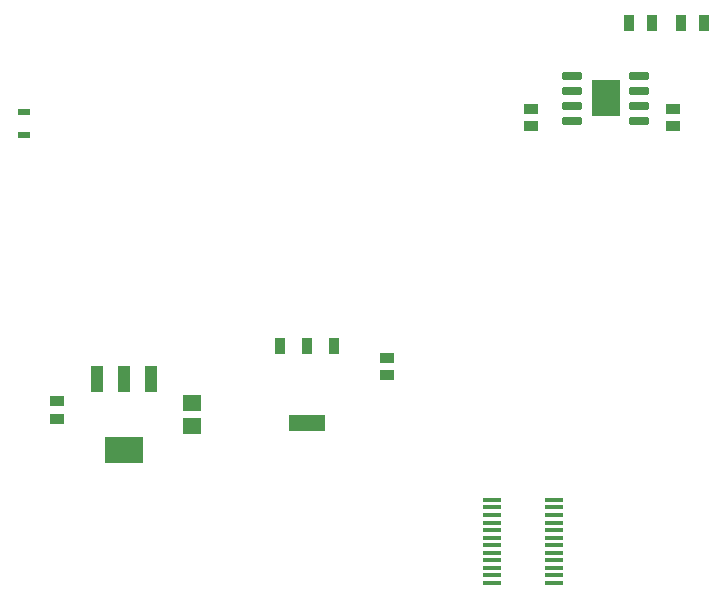
<source format=gtp>
G04*
G04 #@! TF.GenerationSoftware,Altium Limited,Altium Designer,24.7.2 (38)*
G04*
G04 Layer_Color=8421504*
%FSLAX44Y44*%
%MOMM*%
G71*
G04*
G04 #@! TF.SameCoordinates,47DF3F7B-CD24-4F9F-A129-F279A797EA3D*
G04*
G04*
G04 #@! TF.FilePolarity,Positive*
G04*
G01*
G75*
%ADD18R,1.2621X0.9578*%
%ADD19R,1.5000X1.4000*%
%ADD20R,1.0000X2.2000*%
%ADD21R,3.3000X2.2000*%
%ADD22R,0.9500X1.4500*%
G04:AMPARAMS|DCode=23|XSize=0.65mm|YSize=1.65mm|CornerRadius=0.0488mm|HoleSize=0mm|Usage=FLASHONLY|Rotation=90.000|XOffset=0mm|YOffset=0mm|HoleType=Round|Shape=RoundedRectangle|*
%AMROUNDEDRECTD23*
21,1,0.6500,1.5525,0,0,90.0*
21,1,0.5525,1.6500,0,0,90.0*
1,1,0.0975,0.7763,0.2763*
1,1,0.0975,0.7763,-0.2763*
1,1,0.0975,-0.7763,-0.2763*
1,1,0.0975,-0.7763,0.2763*
%
%ADD23ROUNDEDRECTD23*%
G04:AMPARAMS|DCode=24|XSize=2.4mm|YSize=3.1mm|CornerRadius=0.048mm|HoleSize=0mm|Usage=FLASHONLY|Rotation=0.000|XOffset=0mm|YOffset=0mm|HoleType=Round|Shape=RoundedRectangle|*
%AMROUNDEDRECTD24*
21,1,2.4000,3.0040,0,0,0.0*
21,1,2.3040,3.1000,0,0,0.0*
1,1,0.0960,1.1520,-1.5020*
1,1,0.0960,-1.1520,-1.5020*
1,1,0.0960,-1.1520,1.5020*
1,1,0.0960,1.1520,1.5020*
%
%ADD24ROUNDEDRECTD24*%
%ADD25R,1.0500X0.6000*%
%ADD26O,1.6000X0.3600*%
%ADD27R,1.6000X0.3600*%
%ADD28R,0.8890X1.4732*%
%ADD29R,3.1496X1.4732*%
D18*
X1781810Y4268122D02*
D03*
Y4253578D02*
D03*
X2303780Y4501228D02*
D03*
Y4515772D02*
D03*
X2183130D02*
D03*
Y4501228D02*
D03*
X2061210Y4304952D02*
D03*
Y4290408D02*
D03*
D19*
X1896110Y4247540D02*
D03*
Y4266540D02*
D03*
D20*
X1861960Y4287040D02*
D03*
X1838960D02*
D03*
X1815960D02*
D03*
D21*
X1838960Y4227040D02*
D03*
D22*
X2330040Y4588510D02*
D03*
X2310540D02*
D03*
X2286000D02*
D03*
X2266500D02*
D03*
D23*
X2274880Y4505960D02*
D03*
Y4518660D02*
D03*
Y4531360D02*
D03*
Y4544060D02*
D03*
X2218380Y4505960D02*
D03*
Y4518660D02*
D03*
Y4531360D02*
D03*
Y4544060D02*
D03*
D24*
X2246630Y4525010D02*
D03*
D25*
X1753870Y4512920D02*
D03*
Y4493920D02*
D03*
D26*
X2150110Y4184700D02*
D03*
Y4178340D02*
D03*
Y4171980D02*
D03*
Y4165620D02*
D03*
Y4159260D02*
D03*
Y4152900D02*
D03*
Y4146540D02*
D03*
Y4140180D02*
D03*
Y4133820D02*
D03*
Y4127460D02*
D03*
Y4121100D02*
D03*
Y4114740D02*
D03*
X2203210Y4184700D02*
D03*
Y4178340D02*
D03*
Y4171980D02*
D03*
Y4165620D02*
D03*
Y4159260D02*
D03*
Y4152900D02*
D03*
Y4146540D02*
D03*
Y4140180D02*
D03*
Y4133820D02*
D03*
Y4127460D02*
D03*
Y4121100D02*
D03*
D27*
Y4114740D02*
D03*
D28*
X2017040Y4315460D02*
D03*
X1994040D02*
D03*
X1971040D02*
D03*
D29*
X1994040Y4250182D02*
D03*
M02*

</source>
